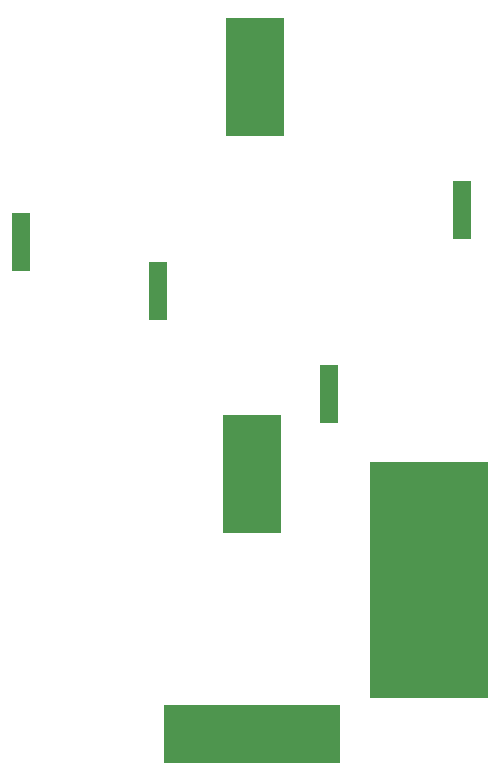
<source format=gbp>
G04 #@! TF.GenerationSoftware,KiCad,Pcbnew,(6.0.4-0)*
G04 #@! TF.CreationDate,2022-07-20T07:57:21-04:00*
G04 #@! TF.ProjectId,80m_Tx_Antenna,38306d5f-5478-45f4-916e-74656e6e612e,rev?*
G04 #@! TF.SameCoordinates,Original*
G04 #@! TF.FileFunction,Paste,Bot*
G04 #@! TF.FilePolarity,Positive*
%FSLAX46Y46*%
G04 Gerber Fmt 4.6, Leading zero omitted, Abs format (unit mm)*
G04 Created by KiCad (PCBNEW (6.0.4-0)) date 2022-07-20 07:57:21*
%MOMM*%
%LPD*%
G01*
G04 APERTURE LIST*
%ADD10R,5.000000X10.000000*%
%ADD11R,10.000000X20.000000*%
%ADD12R,15.000000X5.000000*%
%ADD13R,1.524000X5.000000*%
G04 APERTURE END LIST*
D10*
X122240000Y-82470000D03*
X122050000Y-116050000D03*
D11*
X137050000Y-125050000D03*
D12*
X122050000Y-138050000D03*
D13*
X139785380Y-93659240D03*
X128538260Y-109275160D03*
X102460500Y-96397360D03*
X114080580Y-100532480D03*
M02*

</source>
